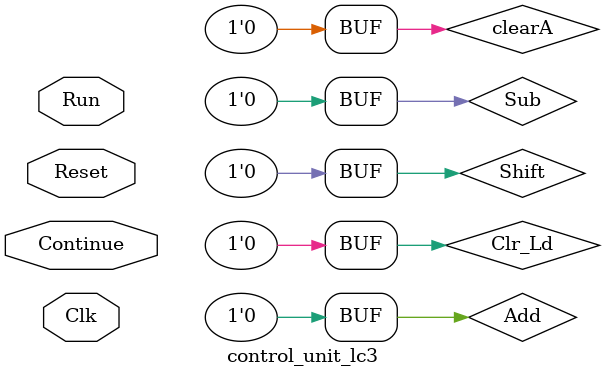
<source format=sv>
module control_unit_lc3 (
		input logic Run, Continue, Clk, Reset,

 );

    // Declare signals curr_state, next_state of type enum
    // with enum values of A, B, ..., S as the state values
	 // Changed to 5 bits because we have 19 different states
    enum logic [3:0] {A, B, C, D, E, F, G, H, I, J} curr_state, next_state; 
	//updates flip flop, current state is the only one
    always_ff @ (posedge Clk or posedge Reset)  
    begin
        if (Reset)  
            curr_state <= A;
        else 
            curr_state <= next_state;
    end

    // Assign outputs based on state
	always_comb
   begin
        
		  next_state  = curr_state;	//required because I haven't enumerated all possibilities below
        unique case (curr_state) 

				A :    if (Run) 				//start state
                     next_state = B; //
				B : 	next_state = C;
				C : 	next_state = D;
				D : 	next_state = E;
				E :   next_state = F;
				F : 	next_state = G;
				G : 	next_state = H;
				I : 	next_state = I;
				J :   if (Continue)
							next_state = A;
							
									  
        endcase
	end
		  // Assign outputs based on ‘state’
	always_comb
	begin
		case (curr_state) 
	   	   
					
	   	   // default case to clear out all values
	   	   default:  
		      begin 
				clearA = 1'b0;
				Shift = 1'b0;
				Clr_Ld = 1'b0;
				Sub = 1'b0;
				Add = 1'b0;
		      end 
		endcase
	end

endmodule
</source>
